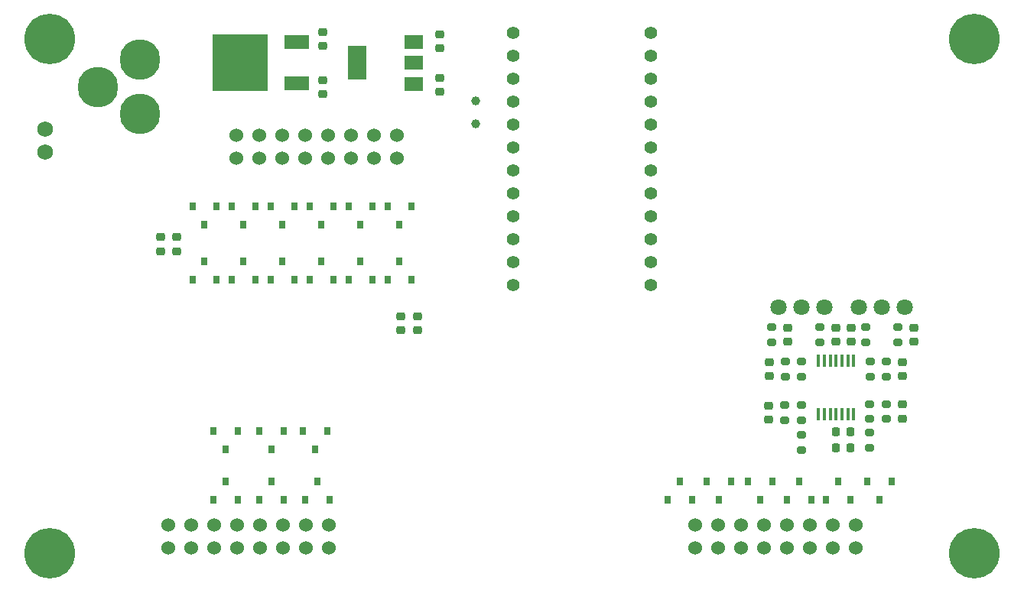
<source format=gbr>
%TF.GenerationSoftware,KiCad,Pcbnew,(6.0.10)*%
%TF.CreationDate,2023-09-13T10:46:53-04:00*%
%TF.ProjectId,min-evolver,6d696e2d-6576-46f6-9c76-65722e6b6963,rev?*%
%TF.SameCoordinates,Original*%
%TF.FileFunction,Soldermask,Top*%
%TF.FilePolarity,Negative*%
%FSLAX46Y46*%
G04 Gerber Fmt 4.6, Leading zero omitted, Abs format (unit mm)*
G04 Created by KiCad (PCBNEW (6.0.10)) date 2023-09-13 10:46:53*
%MOMM*%
%LPD*%
G01*
G04 APERTURE LIST*
G04 Aperture macros list*
%AMRoundRect*
0 Rectangle with rounded corners*
0 $1 Rounding radius*
0 $2 $3 $4 $5 $6 $7 $8 $9 X,Y pos of 4 corners*
0 Add a 4 corners polygon primitive as box body*
4,1,4,$2,$3,$4,$5,$6,$7,$8,$9,$2,$3,0*
0 Add four circle primitives for the rounded corners*
1,1,$1+$1,$2,$3*
1,1,$1+$1,$4,$5*
1,1,$1+$1,$6,$7*
1,1,$1+$1,$8,$9*
0 Add four rect primitives between the rounded corners*
20,1,$1+$1,$2,$3,$4,$5,0*
20,1,$1+$1,$4,$5,$6,$7,0*
20,1,$1+$1,$6,$7,$8,$9,0*
20,1,$1+$1,$8,$9,$2,$3,0*%
G04 Aperture macros list end*
%ADD10R,0.800000X0.900000*%
%ADD11C,4.500000*%
%ADD12C,1.000000*%
%ADD13RoundRect,0.225000X-0.250000X0.225000X-0.250000X-0.225000X0.250000X-0.225000X0.250000X0.225000X0*%
%ADD14RoundRect,0.225000X0.250000X-0.225000X0.250000X0.225000X-0.250000X0.225000X-0.250000X-0.225000X0*%
%ADD15RoundRect,0.225000X0.225000X0.250000X-0.225000X0.250000X-0.225000X-0.250000X0.225000X-0.250000X0*%
%ADD16C,1.800000*%
%ADD17RoundRect,0.200000X-0.275000X0.200000X-0.275000X-0.200000X0.275000X-0.200000X0.275000X0.200000X0*%
%ADD18RoundRect,0.200000X0.275000X-0.200000X0.275000X0.200000X-0.275000X0.200000X-0.275000X-0.200000X0*%
%ADD19C,1.524000*%
%ADD20C,5.600000*%
%ADD21R,2.800000X1.500000*%
%ADD22R,6.100000X6.300000*%
%ADD23C,1.397000*%
%ADD24R,2.000000X1.500000*%
%ADD25R,2.000000X3.800000*%
%ADD26RoundRect,0.225000X-0.225000X-0.250000X0.225000X-0.250000X0.225000X0.250000X-0.225000X0.250000X0*%
%ADD27C,1.750000*%
%ADD28R,0.450000X1.450000*%
G04 APERTURE END LIST*
D10*
%TO.C,D10*%
X125476000Y-72128000D03*
X124126000Y-70128000D03*
X126826000Y-70128000D03*
%TD*%
%TO.C,D9*%
X123494800Y-100600000D03*
X124844800Y-102600000D03*
X122144800Y-102600000D03*
%TD*%
%TO.C,D8*%
X187020200Y-100600000D03*
X188370200Y-102600000D03*
X185670200Y-102600000D03*
%TD*%
%TO.C,D7*%
X129794000Y-72128000D03*
X128444000Y-70128000D03*
X131144000Y-70128000D03*
%TD*%
%TO.C,D6*%
X128574800Y-100600000D03*
X129924800Y-102600000D03*
X127224800Y-102600000D03*
%TD*%
%TO.C,D4*%
X191338200Y-100600000D03*
X192688200Y-102600000D03*
X189988200Y-102600000D03*
%TD*%
%TO.C,D3*%
X138430000Y-72128000D03*
X137080000Y-70128000D03*
X139780000Y-70128000D03*
%TD*%
%TO.C,D2*%
X142748000Y-72128000D03*
X141398000Y-70128000D03*
X144098000Y-70128000D03*
%TD*%
%TO.C,D1*%
X133654800Y-100600000D03*
X135004800Y-102600000D03*
X132304800Y-102600000D03*
%TD*%
D11*
%TO.C,CON1*%
X114046000Y-59896000D03*
X114046000Y-53896000D03*
X109346000Y-56896000D03*
%TD*%
D12*
%TO.C,C15*%
X151180800Y-58465400D03*
X151180800Y-60965400D03*
%TD*%
D13*
%TO.C,C14*%
X134264400Y-50787000D03*
X134264400Y-52337000D03*
%TD*%
%TO.C,C7*%
X183718200Y-87363000D03*
X183718200Y-88913000D03*
%TD*%
%TO.C,C6*%
X198450200Y-87363000D03*
X198450200Y-88913000D03*
%TD*%
D14*
%TO.C,C5*%
X118059200Y-75078000D03*
X118059200Y-73528000D03*
%TD*%
D13*
%TO.C,C3*%
X198450200Y-92062000D03*
X198450200Y-93612000D03*
%TD*%
D15*
%TO.C,C1*%
X192621200Y-96901000D03*
X191071200Y-96901000D03*
%TD*%
D10*
%TO.C,Q4*%
X197260200Y-100600000D03*
X194560200Y-100600000D03*
X195910200Y-102600000D03*
%TD*%
D16*
%TO.C,JP1*%
X198704200Y-81280000D03*
X196164200Y-81280000D03*
X193624200Y-81280000D03*
%TD*%
D10*
%TO.C,D12*%
X121158000Y-72128000D03*
X119808000Y-70128000D03*
X122508000Y-70128000D03*
%TD*%
%TO.C,Q3*%
X137080000Y-78224000D03*
X139780000Y-78224000D03*
X138430000Y-76224000D03*
%TD*%
%TO.C,Q2*%
X141398000Y-78224000D03*
X144098000Y-78224000D03*
X142748000Y-76224000D03*
%TD*%
%TO.C,Q1*%
X134750800Y-95012000D03*
X132050800Y-95012000D03*
X133400800Y-97012000D03*
%TD*%
%TO.C,D11*%
X173812200Y-100600000D03*
X175162200Y-102600000D03*
X172462200Y-102600000D03*
%TD*%
%TO.C,Q6*%
X129924800Y-95012000D03*
X127224800Y-95012000D03*
X128574800Y-97012000D03*
%TD*%
%TO.C,Q5*%
X132762000Y-78224000D03*
X135462000Y-78224000D03*
X134112000Y-76224000D03*
%TD*%
D17*
%TO.C,R13*%
X196672200Y-87313000D03*
X196672200Y-88963000D03*
%TD*%
%TO.C,R10*%
X196672200Y-92012000D03*
X196672200Y-93662000D03*
%TD*%
%TO.C,R9*%
X185394600Y-92139000D03*
X185394600Y-93789000D03*
%TD*%
D18*
%TO.C,R6*%
X183972200Y-85153000D03*
X183972200Y-83503000D03*
%TD*%
%TO.C,R5*%
X194386200Y-85153000D03*
X194386200Y-83503000D03*
%TD*%
D17*
%TO.C,R4*%
X189306200Y-83503000D03*
X189306200Y-85153000D03*
%TD*%
%TO.C,R2*%
X194767200Y-95187000D03*
X194767200Y-96837000D03*
%TD*%
%TO.C,R1*%
X187274200Y-95441000D03*
X187274200Y-97091000D03*
%TD*%
D10*
%TO.C,Q12*%
X119808000Y-78224000D03*
X122508000Y-78224000D03*
X121158000Y-76224000D03*
%TD*%
%TO.C,Q9*%
X124844800Y-95012000D03*
X122144800Y-95012000D03*
X123494800Y-97012000D03*
%TD*%
%TO.C,Q7*%
X128444000Y-78224000D03*
X131144000Y-78224000D03*
X129794000Y-76224000D03*
%TD*%
D19*
%TO.C,P4*%
X142494000Y-62230000D03*
X142494000Y-64770000D03*
X139954000Y-62230000D03*
X139954000Y-64770000D03*
X137414000Y-62230000D03*
X137414000Y-64770000D03*
X134874000Y-62230000D03*
X134874000Y-64770000D03*
X132334000Y-62230000D03*
X132334000Y-64770000D03*
X129794000Y-62230000D03*
X129794000Y-64770000D03*
X127254000Y-62230000D03*
X127254000Y-64770000D03*
X124714000Y-62230000D03*
X124714000Y-64770000D03*
%TD*%
D20*
%TO.C,H1*%
X104013000Y-108585000D03*
%TD*%
%TO.C,H2*%
X104013000Y-51562000D03*
%TD*%
%TO.C,H4*%
X206375000Y-108585000D03*
%TD*%
%TO.C,H3*%
X206375000Y-51562000D03*
%TD*%
D21*
%TO.C,U4*%
X131345000Y-56489600D03*
X131345000Y-51917600D03*
D22*
X125095000Y-54203600D03*
%TD*%
D23*
%TO.C,P1*%
X155321000Y-50927000D03*
X170561000Y-50927000D03*
X155321000Y-53467000D03*
X170561000Y-53467000D03*
X155321000Y-56007000D03*
X170561000Y-56007000D03*
X155321000Y-58547000D03*
X170561000Y-58547000D03*
X155321000Y-61087000D03*
X170561000Y-61087000D03*
X155321000Y-63627000D03*
X170561000Y-63627000D03*
X155321000Y-66167000D03*
X170561000Y-66167000D03*
X155321000Y-68707000D03*
X170561000Y-68707000D03*
X155321000Y-71247000D03*
X170561000Y-71247000D03*
X155321000Y-73787000D03*
X170561000Y-73787000D03*
X155321000Y-76327000D03*
X170561000Y-76327000D03*
X155321000Y-78867000D03*
X170561000Y-78867000D03*
%TD*%
D24*
%TO.C,U3*%
X144315600Y-56529000D03*
X144315600Y-54229000D03*
D25*
X138015600Y-54229000D03*
D24*
X144315600Y-51929000D03*
%TD*%
D13*
%TO.C,C13*%
X147193000Y-51041000D03*
X147193000Y-52591000D03*
%TD*%
D14*
%TO.C,C11*%
X147193000Y-57417000D03*
X147193000Y-55867000D03*
%TD*%
%TO.C,C10*%
X134239000Y-57671000D03*
X134239000Y-56121000D03*
%TD*%
D18*
%TO.C,R7*%
X187274200Y-93789000D03*
X187274200Y-92139000D03*
%TD*%
D17*
%TO.C,R3*%
X197942200Y-83503000D03*
X197942200Y-85153000D03*
%TD*%
D14*
%TO.C,C8*%
X116323532Y-75078000D03*
X116323532Y-73528000D03*
%TD*%
D26*
%TO.C,C2*%
X191071200Y-95123000D03*
X192621200Y-95123000D03*
%TD*%
D13*
%TO.C,C4*%
X183616600Y-92189000D03*
X183616600Y-93739000D03*
%TD*%
D17*
%TO.C,R14*%
X185496200Y-87313000D03*
X185496200Y-88963000D03*
%TD*%
%TO.C,R11*%
X187274200Y-87313000D03*
X187274200Y-88963000D03*
%TD*%
%TO.C,R12*%
X194894200Y-87313000D03*
X194894200Y-88963000D03*
%TD*%
D14*
%TO.C,C16*%
X199720200Y-85103000D03*
X199720200Y-83553000D03*
%TD*%
%TO.C,C18*%
X192735200Y-85103000D03*
X192735200Y-83553000D03*
%TD*%
D10*
%TO.C,D5*%
X134112000Y-72128000D03*
X132762000Y-70128000D03*
X135462000Y-70128000D03*
%TD*%
%TO.C,Q11*%
X179480200Y-100600000D03*
X176780200Y-100600000D03*
X178130200Y-102600000D03*
%TD*%
%TO.C,Q8*%
X184052200Y-100600000D03*
X181352200Y-100600000D03*
X182702200Y-102600000D03*
%TD*%
D16*
%TO.C,JP2*%
X189814200Y-81280000D03*
X187274200Y-81280000D03*
X184734200Y-81280000D03*
%TD*%
D14*
%TO.C,C19*%
X185750200Y-85103000D03*
X185750200Y-83553000D03*
%TD*%
D10*
%TO.C,Q10*%
X124126000Y-78224000D03*
X126826000Y-78224000D03*
X125476000Y-76224000D03*
%TD*%
D13*
%TO.C,C9*%
X142849600Y-82283000D03*
X142849600Y-83833000D03*
%TD*%
%TO.C,C12*%
X144780000Y-82283000D03*
X144780000Y-83833000D03*
%TD*%
D14*
%TO.C,C17*%
X191084200Y-85103000D03*
X191084200Y-83553000D03*
%TD*%
D27*
%TO.C,P7*%
X103505000Y-61595000D03*
X103505000Y-64135000D03*
%TD*%
D28*
%TO.C,U1*%
X189134200Y-93120000D03*
X189784200Y-93120000D03*
X190434200Y-93120000D03*
X191084200Y-93120000D03*
X191734200Y-93120000D03*
X192384200Y-93120000D03*
X193034200Y-93120000D03*
X193034200Y-87220000D03*
X192384200Y-87220000D03*
X191734200Y-87220000D03*
X191084200Y-87220000D03*
X190434200Y-87220000D03*
X189784200Y-87220000D03*
X189134200Y-87220000D03*
%TD*%
D18*
%TO.C,R8*%
X194792600Y-93662000D03*
X194792600Y-92012000D03*
%TD*%
D19*
%TO.C,P2*%
X134924800Y-107950000D03*
X134924800Y-105410000D03*
X132384800Y-107950000D03*
X132384800Y-105410000D03*
X129844800Y-107950000D03*
X129844800Y-105410000D03*
X127304800Y-107950000D03*
X127304800Y-105410000D03*
X124764800Y-107950000D03*
X124764800Y-105410000D03*
X122224800Y-107950000D03*
X122224800Y-105410000D03*
X119684800Y-107950000D03*
X119684800Y-105410000D03*
X117144800Y-107950000D03*
X117144800Y-105410000D03*
%TD*%
%TO.C,P3*%
X193243200Y-107950000D03*
X193243200Y-105410000D03*
X190703200Y-107950000D03*
X190703200Y-105410000D03*
X188163200Y-107950000D03*
X188163200Y-105410000D03*
X185623200Y-107950000D03*
X185623200Y-105410000D03*
X183083200Y-107950000D03*
X183083200Y-105410000D03*
X180543200Y-107950000D03*
X180543200Y-105410000D03*
X178003200Y-107950000D03*
X178003200Y-105410000D03*
X175463200Y-107950000D03*
X175463200Y-105410000D03*
%TD*%
M02*

</source>
